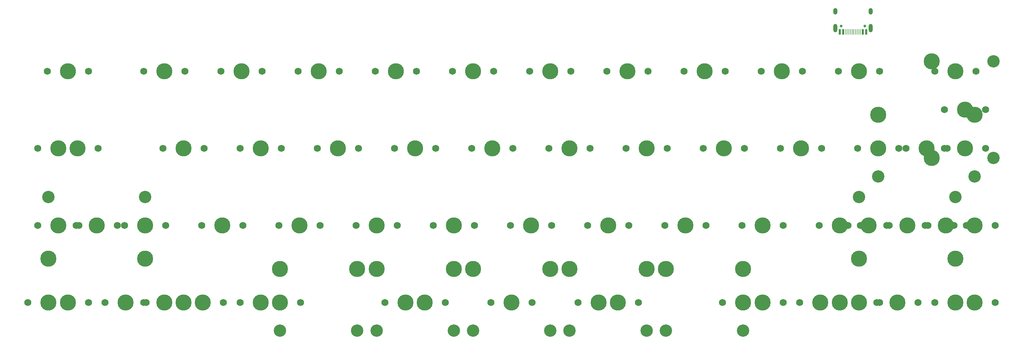
<source format=gbr>
%TF.GenerationSoftware,KiCad,Pcbnew,8.0.8*%
%TF.CreationDate,2025-05-09T16:16:03+02:00*%
%TF.ProjectId,forti rev 4,666f7274-6920-4726-9576-20342e6b6963,rev?*%
%TF.SameCoordinates,Original*%
%TF.FileFunction,Soldermask,Top*%
%TF.FilePolarity,Negative*%
%FSLAX46Y46*%
G04 Gerber Fmt 4.6, Leading zero omitted, Abs format (unit mm)*
G04 Created by KiCad (PCBNEW 8.0.8) date 2025-05-09 16:16:03*
%MOMM*%
%LPD*%
G01*
G04 APERTURE LIST*
%ADD10C,3.987800*%
%ADD11C,3.048000*%
%ADD12C,0.650000*%
%ADD13R,0.600000X1.450000*%
%ADD14R,0.280000X1.450000*%
%ADD15O,1.000000X2.100000*%
%ADD16O,1.000000X1.600000*%
%ADD17C,1.750000*%
G04 APERTURE END LIST*
D10*
%TO.C,ISO1*%
X253682500Y-38893750D03*
X253682500Y-62706250D03*
D11*
X268922500Y-38893750D03*
X268922500Y-62706250D03*
%TD*%
D12*
%TO.C,J1*%
X237159115Y-30137500D03*
X231379115Y-30137500D03*
D13*
X237519115Y-31582500D03*
X236719115Y-31582500D03*
D14*
X235519115Y-31582500D03*
X234519115Y-31582500D03*
X234019115Y-31582500D03*
X233019115Y-31582500D03*
D13*
X231819115Y-31582500D03*
X231019115Y-31582500D03*
X231019115Y-31582500D03*
X231819115Y-31582500D03*
D14*
X232519115Y-31582500D03*
X233519115Y-31582500D03*
X235019115Y-31582500D03*
X236019115Y-31582500D03*
D13*
X236719115Y-31582500D03*
X237519115Y-31582500D03*
D15*
X238589115Y-30667500D03*
D16*
X238589115Y-26487500D03*
D15*
X229949115Y-30667500D03*
D16*
X229949115Y-26487500D03*
%TD*%
D17*
%TO.C,MX51*%
X225901250Y-98425000D03*
D10*
X230981250Y-98425000D03*
D17*
X236061250Y-98425000D03*
%TD*%
%TO.C,MX23*%
X235426250Y-60325000D03*
D10*
X240506250Y-60325000D03*
D17*
X245586250Y-60325000D03*
%TD*%
%TO.C,MX55*%
X254476250Y-98425000D03*
D10*
X259556250Y-98425000D03*
D17*
X264636250Y-98425000D03*
%TD*%
%TO.C,MX43*%
X68738750Y-98425000D03*
D10*
X73818750Y-98425000D03*
D17*
X78898750Y-98425000D03*
%TD*%
%TO.C,MXshift2.1*%
X42545000Y-79375000D03*
D10*
X47625000Y-79375000D03*
D17*
X52705000Y-79375000D03*
%TD*%
%TO.C,MX27*%
X73501250Y-79375000D03*
D10*
X78581250Y-79375000D03*
D17*
X83661250Y-79375000D03*
%TD*%
%TO.C,MX11*%
X230663750Y-41275000D03*
D10*
X235743750Y-41275000D03*
D17*
X240823750Y-41275000D03*
%TD*%
%TO.C,MX46*%
X83026250Y-98425000D03*
D10*
X88106250Y-98425000D03*
D17*
X93186250Y-98425000D03*
%TD*%
%TO.C,MXenter2.1*%
X247332500Y-60325000D03*
D10*
X252412500Y-60325000D03*
D17*
X257492500Y-60325000D03*
%TD*%
D11*
%TO.C,S2*%
X207168750Y-105410000D03*
D10*
X207168750Y-90170000D03*
D11*
X92868750Y-105410000D03*
D10*
X92868750Y-90170000D03*
%TD*%
D17*
%TO.C,MX49*%
X206851250Y-98425000D03*
D10*
X211931250Y-98425000D03*
D17*
X217011250Y-98425000D03*
%TD*%
%TO.C,MX31*%
X149701250Y-79375000D03*
D10*
X154781250Y-79375000D03*
D17*
X159861250Y-79375000D03*
%TD*%
%TO.C,MX16*%
X102076250Y-60325000D03*
D10*
X107156250Y-60325000D03*
D17*
X112236250Y-60325000D03*
%TD*%
%TO.C,MX38*%
X259238750Y-79375000D03*
D10*
X264318750Y-79375000D03*
D17*
X269398750Y-79375000D03*
%TD*%
%TO.C,MX35*%
X225901250Y-79375000D03*
D10*
X230981250Y-79375000D03*
D17*
X236061250Y-79375000D03*
%TD*%
%TO.C,MXsplit2.75(1)1*%
X166370000Y-98425000D03*
D10*
X171450000Y-98425000D03*
D17*
X176530000Y-98425000D03*
%TD*%
D11*
%TO.C,shift2.2*%
X35718750Y-72390000D03*
D10*
X35718750Y-87630000D03*
D11*
X59531250Y-72390000D03*
D10*
X59531250Y-87630000D03*
%TD*%
D17*
%TO.C,MX8*%
X173513750Y-41275000D03*
D10*
X178593750Y-41275000D03*
D17*
X183673750Y-41275000D03*
%TD*%
%TO.C,MX13*%
X37782500Y-60325000D03*
D10*
X42862500Y-60325000D03*
D17*
X47942500Y-60325000D03*
%TD*%
%TO.C,MX32*%
X168751250Y-79375000D03*
D10*
X173831250Y-79375000D03*
D17*
X178911250Y-79375000D03*
%TD*%
%TO.C,MXISO1*%
X256857500Y-50800000D03*
D10*
X261937500Y-50800000D03*
D17*
X267017500Y-50800000D03*
%TD*%
%TO.C,MX21*%
X197326250Y-60325000D03*
D10*
X202406250Y-60325000D03*
D17*
X207486250Y-60325000D03*
%TD*%
%TO.C,MXsplit2.1*%
X123507500Y-98425000D03*
D10*
X128587500Y-98425000D03*
D17*
X133667500Y-98425000D03*
%TD*%
%TO.C,MX4*%
X97313750Y-41275000D03*
D10*
X102393750Y-41275000D03*
D17*
X107473750Y-41275000D03*
%TD*%
%TO.C,MX45*%
X87788750Y-98425000D03*
D10*
X92868750Y-98425000D03*
D17*
X97948750Y-98425000D03*
%TD*%
%TO.C,MX30*%
X130651250Y-79375000D03*
D10*
X135731250Y-79375000D03*
D17*
X140811250Y-79375000D03*
%TD*%
%TO.C,MX1*%
X35401250Y-41275000D03*
D10*
X40481250Y-41275000D03*
D17*
X45561250Y-41275000D03*
%TD*%
%TO.C,MX34*%
X206851250Y-79375000D03*
D10*
X211931250Y-79375000D03*
D17*
X217011250Y-79375000D03*
%TD*%
%TO.C,MX25*%
X33020000Y-79375000D03*
D10*
X38100000Y-79375000D03*
D17*
X43180000Y-79375000D03*
%TD*%
D11*
%TO.C,enter2.1*%
X264318750Y-67310000D03*
D10*
X264318750Y-52070000D03*
D11*
X240506250Y-67310000D03*
D10*
X240506250Y-52070000D03*
%TD*%
D17*
%TO.C,MX29*%
X111601250Y-79375000D03*
D10*
X116681250Y-79375000D03*
D17*
X121761250Y-79375000D03*
%TD*%
%TO.C,MX53*%
X230663750Y-98425000D03*
D10*
X235743750Y-98425000D03*
D17*
X240823750Y-98425000D03*
%TD*%
%TO.C,MX22*%
X216376250Y-60325000D03*
D10*
X221456250Y-60325000D03*
D17*
X226536250Y-60325000D03*
%TD*%
%TO.C,MX17*%
X121126250Y-60325000D03*
D10*
X126206250Y-60325000D03*
D17*
X131286250Y-60325000D03*
%TD*%
%TO.C,MX47*%
X144938750Y-98425000D03*
D10*
X150018750Y-98425000D03*
D17*
X155098750Y-98425000D03*
%TD*%
D11*
%TO.C,S1*%
X135731250Y-105410000D03*
D10*
X135731250Y-90170000D03*
D11*
X111918750Y-105410000D03*
D10*
X111918750Y-90170000D03*
%TD*%
D17*
%TO.C,MX44*%
X63976250Y-98425000D03*
D10*
X69056250Y-98425000D03*
D17*
X74136250Y-98425000D03*
%TD*%
%TO.C,MX36*%
X233045000Y-79375000D03*
D10*
X238125000Y-79375000D03*
D17*
X243205000Y-79375000D03*
%TD*%
%TO.C,MX26*%
X54451250Y-79375000D03*
D10*
X59531250Y-79375000D03*
D17*
X64611250Y-79375000D03*
%TD*%
%TO.C,MX3*%
X78263750Y-41275000D03*
D10*
X83343750Y-41275000D03*
D17*
X88423750Y-41275000D03*
%TD*%
D11*
%TO.C,S4*%
X188118750Y-105410000D03*
D10*
X188118750Y-90170000D03*
D11*
X164306250Y-105410000D03*
D10*
X164306250Y-90170000D03*
%TD*%
D17*
%TO.C,MX37*%
X252095000Y-79375000D03*
D10*
X257175000Y-79375000D03*
D17*
X262255000Y-79375000D03*
%TD*%
%TO.C,MX24*%
X256857500Y-60325000D03*
D10*
X261937500Y-60325000D03*
D17*
X267017500Y-60325000D03*
%TD*%
D11*
%TO.C,S3*%
X183356250Y-105410000D03*
D10*
X183356250Y-90170000D03*
D11*
X159543750Y-105410000D03*
D10*
X159543750Y-90170000D03*
%TD*%
D17*
%TO.C,MX42*%
X59213750Y-98425000D03*
D10*
X64293750Y-98425000D03*
D17*
X69373750Y-98425000D03*
%TD*%
%TO.C,MX33*%
X187801250Y-79375000D03*
D10*
X192881250Y-79375000D03*
D17*
X197961250Y-79375000D03*
%TD*%
%TO.C,MX5*%
X116363750Y-41275000D03*
D10*
X121443750Y-41275000D03*
D17*
X126523750Y-41275000D03*
%TD*%
%TO.C,MX50*%
X221138750Y-98425000D03*
D10*
X226218750Y-98425000D03*
D17*
X231298750Y-98425000D03*
%TD*%
D11*
%TO.C,S5*%
X140493750Y-105410000D03*
D10*
X140493750Y-90170000D03*
D11*
X116681250Y-105410000D03*
D10*
X116681250Y-90170000D03*
%TD*%
D17*
%TO.C,MXsplit2.25(1)1*%
X118745000Y-98425000D03*
D10*
X123825000Y-98425000D03*
D17*
X128905000Y-98425000D03*
%TD*%
%TO.C,MX28*%
X92551250Y-79375000D03*
D10*
X97631250Y-79375000D03*
D17*
X102711250Y-79375000D03*
%TD*%
%TO.C,MX18*%
X140176250Y-60325000D03*
D10*
X145256250Y-60325000D03*
D17*
X150336250Y-60325000D03*
%TD*%
%TO.C,MXcaps1*%
X33020000Y-60325000D03*
D10*
X38100000Y-60325000D03*
D17*
X43180000Y-60325000D03*
%TD*%
%TO.C,MX40*%
X35401250Y-98425000D03*
D10*
X40481250Y-98425000D03*
D17*
X45561250Y-98425000D03*
%TD*%
%TO.C,MX15*%
X83026250Y-60325000D03*
D10*
X88106250Y-60325000D03*
D17*
X93186250Y-60325000D03*
%TD*%
%TO.C,MX54*%
X259238750Y-98425000D03*
D10*
X264318750Y-98425000D03*
D17*
X269398750Y-98425000D03*
%TD*%
%TO.C,MX39*%
X30638750Y-98425000D03*
D10*
X35718750Y-98425000D03*
D17*
X40798750Y-98425000D03*
%TD*%
D11*
%TO.C,shift2.1*%
X235743750Y-72390000D03*
D10*
X235743750Y-87630000D03*
D11*
X259556250Y-72390000D03*
D10*
X259556250Y-87630000D03*
%TD*%
D17*
%TO.C,MX10*%
X211613750Y-41275000D03*
D10*
X216693750Y-41275000D03*
D17*
X221773750Y-41275000D03*
%TD*%
%TO.C,MX9*%
X192563750Y-41275000D03*
D10*
X197643750Y-41275000D03*
D17*
X202723750Y-41275000D03*
%TD*%
%TO.C,MX52*%
X240188750Y-98425000D03*
D10*
X245268750Y-98425000D03*
D17*
X250348750Y-98425000D03*
%TD*%
%TO.C,MX20*%
X178276250Y-60325000D03*
D10*
X183356250Y-60325000D03*
D17*
X188436250Y-60325000D03*
%TD*%
%TO.C,MX6*%
X135413750Y-41275000D03*
D10*
X140493750Y-41275000D03*
D17*
X145573750Y-41275000D03*
%TD*%
%TO.C,MXshift2.2*%
X242570000Y-79375000D03*
D10*
X247650000Y-79375000D03*
D17*
X252730000Y-79375000D03*
%TD*%
%TO.C,MX12*%
X254476250Y-41275000D03*
D10*
X259556250Y-41275000D03*
D17*
X264636250Y-41275000D03*
%TD*%
%TO.C,MX19*%
X159226250Y-60325000D03*
D10*
X164306250Y-60325000D03*
D17*
X169386250Y-60325000D03*
%TD*%
%TO.C,MXsplit2.2*%
X171132500Y-98425000D03*
D10*
X176212500Y-98425000D03*
D17*
X181292500Y-98425000D03*
%TD*%
%TO.C,MX7*%
X154463750Y-41275000D03*
D10*
X159543750Y-41275000D03*
D17*
X164623750Y-41275000D03*
%TD*%
%TO.C,MX14*%
X63976250Y-60325000D03*
D10*
X69056250Y-60325000D03*
D17*
X74136250Y-60325000D03*
%TD*%
%TO.C,MX48*%
X202088750Y-98425000D03*
D10*
X207168750Y-98425000D03*
D17*
X212248750Y-98425000D03*
%TD*%
%TO.C,MX41*%
X49688750Y-98425000D03*
D10*
X54768750Y-98425000D03*
D17*
X59848750Y-98425000D03*
%TD*%
%TO.C,MX2*%
X59213750Y-41275000D03*
D10*
X64293750Y-41275000D03*
D17*
X69373750Y-41275000D03*
%TD*%
M02*

</source>
